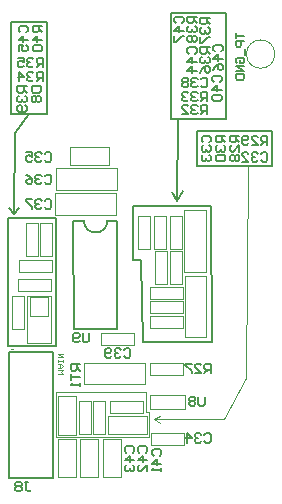
<source format=gbo>
G04*
G04 #@! TF.GenerationSoftware,Altium Limited,Altium Designer,20.0.10 (225)*
G04*
G04 Layer_Color=32896*
%FSLAX25Y25*%
%MOIN*%
G70*
G01*
G75*
%ADD10C,0.00394*%
%ADD12C,0.00787*%
%ADD19C,0.00591*%
%ADD225C,0.00197*%
D10*
X391339Y148031D02*
G03*
X391339Y148031I-4724J0D01*
G01*
X381890Y40157D02*
X382283Y110630D01*
X374410Y26378D02*
X381890Y40157D01*
X351181Y26378D02*
X374410D01*
X351181D02*
X353150Y25197D01*
X351181Y26378D02*
X353150Y27559D01*
X316657Y51746D02*
Y67494D01*
X308755Y51746D02*
X316657D01*
X308755D02*
X308821Y67494D01*
X316657D01*
X309570Y66904D02*
X315870D01*
Y60604D02*
Y66904D01*
X309570Y60604D02*
X315870D01*
X309570D02*
Y66904D01*
X303640Y67494D02*
X307640D01*
Y56494D02*
Y67494D01*
X303640Y56494D02*
X307640D01*
X303640D02*
Y67494D01*
X305880Y68980D02*
Y72980D01*
X316880D01*
Y68980D02*
Y72980D01*
X305880Y68980D02*
X316880D01*
X305917Y75559D02*
Y79559D01*
X316917D01*
Y75559D02*
Y79559D01*
X305917Y75559D02*
X316917D01*
X313200Y80730D02*
X317200D01*
X313200D02*
Y91730D01*
X317200D01*
Y80730D02*
Y91730D01*
X308250Y91760D02*
X312250D01*
Y80760D02*
Y91760D01*
X308250Y80760D02*
X312250D01*
X308250D02*
Y91760D01*
X325953Y21272D02*
X329953D01*
X325953D02*
Y32272D01*
X329953D01*
Y21272D02*
Y32272D01*
X319047Y21109D02*
X325047D01*
Y34009D01*
X319047Y21109D02*
Y34009D01*
X325047D01*
X330677Y21272D02*
X334677D01*
X330677D02*
Y32272D01*
X334677D01*
Y21272D02*
Y32272D01*
X334008Y19836D02*
X340008D01*
X334008Y6936D02*
Y19836D01*
X340008Y6936D02*
Y19836D01*
X334008Y6936D02*
X340008D01*
X326528Y19836D02*
X332528D01*
X326528Y6936D02*
Y19836D01*
X332528Y6936D02*
Y19836D01*
X326528Y6936D02*
X332528D01*
X319047Y19836D02*
X325047D01*
X319047Y6936D02*
Y19836D01*
X325047Y6936D02*
Y19836D01*
X319047Y6936D02*
X325047D01*
X347232Y28315D02*
Y32315D01*
X336232Y28315D02*
X347232D01*
X336232D02*
Y32315D01*
X347232D01*
X348576Y21409D02*
Y27409D01*
X335676D02*
X348576D01*
X335676Y21409D02*
X348576D01*
X335676D02*
Y27409D01*
X349940Y17790D02*
Y21790D01*
X360940D01*
Y17790D02*
Y21790D01*
X349940Y17790D02*
X360940D01*
X361413Y29758D02*
Y34483D01*
X349602D02*
X361413D01*
X349602Y29758D02*
Y34483D01*
Y29758D02*
X361413D01*
X327640Y37930D02*
Y45130D01*
Y37930D02*
X348040D01*
X327640Y45130D02*
X348040D01*
Y37930D02*
Y45130D01*
X360601Y41130D02*
Y45130D01*
X349602Y41130D02*
X360601D01*
X349602D02*
Y45130D01*
X360601D01*
X349618Y56661D02*
Y60661D01*
X360618D01*
Y56661D02*
Y60661D01*
X349618Y56661D02*
X360618D01*
X349618Y65780D02*
X360618D01*
X349618Y61779D02*
Y65780D01*
Y61779D02*
X360618D01*
Y65780D01*
Y66504D02*
Y70504D01*
X349618Y66504D02*
X360618D01*
X349618D02*
Y70504D01*
X360618D01*
X344476Y51150D02*
Y55150D01*
X333476Y51150D02*
X344476D01*
X333476D02*
Y55150D01*
X344476D01*
X361350Y53640D02*
X368550D01*
Y74040D01*
X361350Y53640D02*
Y74040D01*
X368550D01*
X356268Y71272D02*
X360268D01*
X356268D02*
Y82272D01*
X360268D01*
Y71272D02*
Y82272D01*
X351382Y71272D02*
X355382D01*
X351382D02*
Y82272D01*
X355382D01*
Y71272D02*
Y82272D01*
X361150Y75540D02*
X368350D01*
Y95940D01*
X361150Y75540D02*
Y95940D01*
X368350D01*
X356268Y94083D02*
X360268D01*
Y83083D02*
Y94083D01*
X356268Y83083D02*
X360268D01*
X356268D02*
Y94083D01*
X351150Y83083D02*
X355150D01*
X351150D02*
Y94083D01*
X355150D01*
Y83083D02*
Y94083D01*
X345866Y83083D02*
X349866D01*
X345866D02*
Y94083D01*
X349866D01*
Y83083D02*
Y94083D01*
X338546Y94432D02*
Y101631D01*
X318146D02*
X338546D01*
X318146Y94432D02*
X338546D01*
X318146D02*
Y101631D01*
X338715Y102837D02*
Y110037D01*
X318315D02*
X338715D01*
X318315Y102837D02*
X338715D01*
X318315D02*
Y110037D01*
X335978Y111173D02*
Y117173D01*
X323078D02*
X335978D01*
X323078Y111173D02*
X335978D01*
X323078D02*
Y117173D01*
X318898Y41339D02*
X320866D01*
X320210Y41995D01*
X320866Y42650D01*
X318898D01*
Y43306D02*
X320210D01*
X320866Y43962D01*
X320210Y44618D01*
X318898D01*
X319882D01*
Y43306D01*
X320866Y45274D02*
Y45930D01*
Y45602D01*
X318898D01*
Y45274D01*
Y45930D01*
Y46914D02*
X320866D01*
X318898Y48226D01*
X320866D01*
D12*
X327674Y92520D02*
G03*
X335548Y92520I3937J0D01*
G01*
X358661Y99213D02*
X360630Y102362D01*
X357087Y101969D02*
X358661Y99213D01*
X359055Y126378D01*
X365354Y110630D02*
X390551D01*
X365354D02*
Y122441D01*
X366929D01*
X390551D01*
Y110630D02*
Y122441D01*
X375197Y126378D02*
Y161811D01*
X356693Y126378D02*
X375197D01*
X356693Y161811D02*
X375197D01*
X356693Y126378D02*
Y161811D01*
X304331Y94882D02*
X305906Y96850D01*
X302756D02*
X304331Y94882D01*
X304724Y121653D01*
X309454Y127953D01*
X303553Y158661D02*
X315354D01*
X303553Y127953D02*
Y158661D01*
X315354Y127953D02*
Y158661D01*
X303553Y127953D02*
X315354D01*
X302362Y93307D02*
X318504D01*
X302362Y50787D02*
Y93307D01*
X318504Y92520D02*
Y93307D01*
Y50787D02*
Y92520D01*
X302362Y50787D02*
X318504D01*
X344094Y79528D02*
Y97244D01*
X369945D01*
X370339Y51968D01*
X347244D02*
X370339D01*
X346850Y79528D02*
X347244Y51968D01*
X344094Y79528D02*
X346850D01*
X317465Y6573D02*
Y48764D01*
X302834D02*
X317465D01*
X302834Y6573D02*
Y48764D01*
Y6573D02*
X317465D01*
X338583Y56299D02*
Y92520D01*
X324409Y56299D02*
X338583D01*
X324020Y92520D02*
X324409Y56299D01*
X335548Y92520D02*
X338583D01*
X324020D02*
X327674D01*
X378282Y155118D02*
Y153281D01*
Y154200D01*
X381037D01*
Y152363D02*
X378282D01*
Y150986D01*
X378741Y150526D01*
X379659D01*
X380119Y150986D01*
Y152363D01*
X381496Y149608D02*
Y147771D01*
X378741Y145016D02*
X378282Y145475D01*
Y146394D01*
X378741Y146853D01*
X380578D01*
X381037Y146394D01*
Y145475D01*
X380578Y145016D01*
X379659D01*
Y145935D01*
X381037Y144098D02*
X378282D01*
X381037Y142261D01*
X378282D01*
Y141343D02*
X381037D01*
Y139965D01*
X380578Y139506D01*
X378741D01*
X378282Y139965D01*
Y141343D01*
D19*
X329396Y55118D02*
Y52494D01*
X328871Y51969D01*
X327821D01*
X327296Y52494D01*
Y55118D01*
X326247Y52494D02*
X325722Y51969D01*
X324673D01*
X324148Y52494D01*
Y54593D01*
X324673Y55118D01*
X325722D01*
X326247Y54593D01*
Y54068D01*
X325722Y53543D01*
X324148D01*
X367978Y33858D02*
Y31234D01*
X367453Y30709D01*
X366404D01*
X365879Y31234D01*
Y33858D01*
X364830Y33333D02*
X364305Y33858D01*
X363255D01*
X362731Y33333D01*
Y32808D01*
X363255Y32283D01*
X362731Y31759D01*
Y31234D01*
X363255Y30709D01*
X364305D01*
X364830Y31234D01*
Y31759D01*
X364305Y32283D01*
X364830Y32808D01*
Y33333D01*
X364305Y32283D02*
X363255D01*
X326377Y44618D02*
X323229D01*
Y43044D01*
X323754Y42519D01*
X324803D01*
X325328Y43044D01*
Y44618D01*
Y43569D02*
X326377Y42519D01*
X323229Y41470D02*
Y39371D01*
Y40420D01*
X326377D01*
Y38321D02*
Y37271D01*
Y37796D01*
X323229D01*
X323754Y38321D01*
X313779Y157348D02*
X310630D01*
Y155773D01*
X311155Y155249D01*
X312205D01*
X312730Y155773D01*
Y157348D01*
Y156298D02*
X313779Y155249D01*
Y152625D02*
X310630D01*
X312205Y154199D01*
Y152100D01*
X311155Y151050D02*
X310630Y150526D01*
Y149476D01*
X311155Y148951D01*
X313254D01*
X313779Y149476D01*
Y150526D01*
X313254Y151050D01*
X311155D01*
X308661Y137269D02*
X305512D01*
Y135695D01*
X306037Y135170D01*
X307087D01*
X307611Y135695D01*
Y137269D01*
Y136220D02*
X308661Y135170D01*
X306037Y134121D02*
X305512Y133596D01*
Y132547D01*
X306037Y132022D01*
X306562D01*
X307087Y132547D01*
Y133071D01*
Y132547D01*
X307611Y132022D01*
X308136D01*
X308661Y132547D01*
Y133596D01*
X308136Y134121D01*
Y130972D02*
X308661Y130447D01*
Y129398D01*
X308136Y128873D01*
X306037D01*
X305512Y129398D01*
Y130447D01*
X306037Y130972D01*
X306562D01*
X307087Y130447D01*
Y128873D01*
X365354Y160497D02*
X362205D01*
Y158923D01*
X362730Y158398D01*
X363779D01*
X364304Y158923D01*
Y160497D01*
Y159448D02*
X365354Y158398D01*
X362730Y157349D02*
X362205Y156824D01*
Y155774D01*
X362730Y155250D01*
X363255D01*
X363779Y155774D01*
Y156299D01*
Y155774D01*
X364304Y155250D01*
X364829D01*
X365354Y155774D01*
Y156824D01*
X364829Y157349D01*
X362730Y154200D02*
X362205Y153675D01*
Y152626D01*
X362730Y152101D01*
X363255D01*
X363779Y152626D01*
X364304Y152101D01*
X364829D01*
X365354Y152626D01*
Y153675D01*
X364829Y154200D01*
X364304D01*
X363779Y153675D01*
X363255Y154200D01*
X362730D01*
X363779Y153675D02*
Y152626D01*
X369685Y160104D02*
X366536D01*
Y158529D01*
X367061Y158005D01*
X368110D01*
X368635Y158529D01*
Y160104D01*
Y159054D02*
X369685Y158005D01*
X367061Y156955D02*
X366536Y156430D01*
Y155381D01*
X367061Y154856D01*
X367585D01*
X368110Y155381D01*
Y155905D01*
Y155381D01*
X368635Y154856D01*
X369160D01*
X369685Y155381D01*
Y156430D01*
X369160Y156955D01*
X366536Y153806D02*
Y151707D01*
X367061D01*
X369160Y153806D01*
X369685D01*
Y150261D02*
X366536D01*
Y148687D01*
X367061Y148162D01*
X368110D01*
X368635Y148687D01*
Y150261D01*
Y149212D02*
X369685Y148162D01*
X367061Y147113D02*
X366536Y146588D01*
Y145538D01*
X367061Y145013D01*
X367585D01*
X368110Y145538D01*
Y146063D01*
Y145538D01*
X368635Y145013D01*
X369160D01*
X369685Y145538D01*
Y146588D01*
X369160Y147113D01*
X366536Y141865D02*
X367061Y142914D01*
X368110Y143964D01*
X369160D01*
X369685Y143439D01*
Y142390D01*
X369160Y141865D01*
X368635D01*
X368110Y142390D01*
Y143964D01*
X314041Y143701D02*
Y146850D01*
X312466D01*
X311942Y146325D01*
Y145276D01*
X312466Y144751D01*
X314041D01*
X312991D02*
X311942Y143701D01*
X310892Y146325D02*
X310367Y146850D01*
X309318D01*
X308793Y146325D01*
Y145800D01*
X309318Y145276D01*
X309842D01*
X309318D01*
X308793Y144751D01*
Y144226D01*
X309318Y143701D01*
X310367D01*
X310892Y144226D01*
X305644Y146850D02*
X307744D01*
Y145276D01*
X306694Y145800D01*
X306169D01*
X305644Y145276D01*
Y144226D01*
X306169Y143701D01*
X307219D01*
X307744Y144226D01*
X314041Y138977D02*
Y142125D01*
X312466D01*
X311942Y141601D01*
Y140551D01*
X312466Y140026D01*
X314041D01*
X312991D02*
X311942Y138977D01*
X310892Y141601D02*
X310367Y142125D01*
X309318D01*
X308793Y141601D01*
Y141076D01*
X309318Y140551D01*
X309842D01*
X309318D01*
X308793Y140026D01*
Y139502D01*
X309318Y138977D01*
X310367D01*
X310892Y139502D01*
X306169Y138977D02*
Y142125D01*
X307744Y140551D01*
X305644D01*
X368765Y132284D02*
Y135433D01*
X367191D01*
X366666Y134908D01*
Y133858D01*
X367191Y133334D01*
X368765D01*
X367716D02*
X366666Y132284D01*
X365616Y134908D02*
X365092Y135433D01*
X364042D01*
X363517Y134908D01*
Y134383D01*
X364042Y133858D01*
X364567D01*
X364042D01*
X363517Y133334D01*
Y132809D01*
X364042Y132284D01*
X365092D01*
X365616Y132809D01*
X362468Y134908D02*
X361943Y135433D01*
X360894D01*
X360369Y134908D01*
Y134383D01*
X360894Y133858D01*
X361418D01*
X360894D01*
X360369Y133334D01*
Y132809D01*
X360894Y132284D01*
X361943D01*
X362468Y132809D01*
X368765Y127953D02*
Y131102D01*
X367191D01*
X366666Y130577D01*
Y129528D01*
X367191Y129003D01*
X368765D01*
X367716D02*
X366666Y127953D01*
X365616Y130577D02*
X365092Y131102D01*
X364042D01*
X363517Y130577D01*
Y130052D01*
X364042Y129528D01*
X364567D01*
X364042D01*
X363517Y129003D01*
Y128478D01*
X364042Y127953D01*
X365092D01*
X365616Y128478D01*
X360369Y127953D02*
X362468D01*
X360369Y130052D01*
Y130577D01*
X360894Y131102D01*
X361943D01*
X362468Y130577D01*
X374803Y120733D02*
X371654D01*
Y119159D01*
X372179Y118634D01*
X373228D01*
X373753Y119159D01*
Y120733D01*
Y119684D02*
X374803Y118634D01*
X372179Y117585D02*
X371654Y117060D01*
Y116011D01*
X372179Y115486D01*
X372704D01*
X373228Y116011D01*
Y116535D01*
Y116011D01*
X373753Y115486D01*
X374278D01*
X374803Y116011D01*
Y117060D01*
X374278Y117585D01*
X372179Y114436D02*
X371654Y113912D01*
Y112862D01*
X372179Y112337D01*
X374278D01*
X374803Y112862D01*
Y113912D01*
X374278Y114436D01*
X372179D01*
X388844Y117717D02*
Y120866D01*
X387269D01*
X386745Y120341D01*
Y119291D01*
X387269Y118767D01*
X388844D01*
X387794D02*
X386745Y117717D01*
X383596D02*
X385695D01*
X383596Y119816D01*
Y120341D01*
X384121Y120866D01*
X385170D01*
X385695Y120341D01*
X382547Y118242D02*
X382022Y117717D01*
X380972D01*
X380448Y118242D01*
Y120341D01*
X380972Y120866D01*
X382022D01*
X382547Y120341D01*
Y119816D01*
X382022Y119291D01*
X380448D01*
X379527Y120733D02*
X376378D01*
Y119159D01*
X376903Y118634D01*
X377953D01*
X378478Y119159D01*
Y120733D01*
Y119684D02*
X379527Y118634D01*
Y115486D02*
Y117585D01*
X377428Y115486D01*
X376903D01*
X376378Y116011D01*
Y117060D01*
X376903Y117585D01*
Y114436D02*
X376378Y113912D01*
Y112862D01*
X376903Y112337D01*
X377428D01*
X377953Y112862D01*
X378478Y112337D01*
X379002D01*
X379527Y112862D01*
Y113912D01*
X379002Y114436D01*
X378478D01*
X377953Y113912D01*
X377428Y114436D01*
X376903D01*
X377953Y113912D02*
Y112862D01*
X369946Y41733D02*
Y44881D01*
X368372D01*
X367847Y44357D01*
Y43307D01*
X368372Y42782D01*
X369946D01*
X368897D02*
X367847Y41733D01*
X364699D02*
X366798D01*
X364699Y43832D01*
Y44357D01*
X365223Y44881D01*
X366273D01*
X366798Y44357D01*
X363649Y44881D02*
X361550D01*
Y44357D01*
X363649Y42258D01*
Y41733D01*
X308005Y5511D02*
X309055D01*
X308530D01*
Y2888D01*
X309055Y2363D01*
X309579D01*
X310104Y2888D01*
X306956Y4986D02*
X306431Y5511D01*
X305381D01*
X304856Y4986D01*
Y4462D01*
X305381Y3937D01*
X304856Y3412D01*
Y2888D01*
X305381Y2363D01*
X306431D01*
X306956Y2888D01*
Y3412D01*
X306431Y3937D01*
X306956Y4462D01*
Y4986D01*
X306431Y3937D02*
X305381D01*
X310237Y137269D02*
X313385D01*
Y135695D01*
X312860Y135170D01*
X310761D01*
X310237Y135695D01*
Y137269D01*
X310761Y134121D02*
X310237Y133596D01*
Y132547D01*
X310761Y132022D01*
X311286D01*
X311811Y132547D01*
X312336Y132022D01*
X312860D01*
X313385Y132547D01*
Y133596D01*
X312860Y134121D01*
X312336D01*
X311811Y133596D01*
X311286Y134121D01*
X310761D01*
X311811Y133596D02*
Y132547D01*
X358399Y158398D02*
X357874Y158923D01*
Y159973D01*
X358399Y160497D01*
X360498D01*
X361023Y159973D01*
Y158923D01*
X360498Y158398D01*
X361023Y155774D02*
X357874D01*
X359449Y157349D01*
Y155250D01*
X357874Y154200D02*
Y152101D01*
X358399D01*
X360498Y154200D01*
X361023D01*
X371391Y148950D02*
X370867Y149474D01*
Y150524D01*
X371391Y151049D01*
X373491D01*
X374015Y150524D01*
Y149474D01*
X373491Y148950D01*
X374015Y146326D02*
X370867D01*
X372441Y147900D01*
Y145801D01*
X370867Y142652D02*
X371391Y143702D01*
X372441Y144751D01*
X373491D01*
X374015Y144227D01*
Y143177D01*
X373491Y142652D01*
X372966D01*
X372441Y143177D01*
Y144751D01*
X306431Y155249D02*
X305906Y155773D01*
Y156823D01*
X306431Y157348D01*
X308530D01*
X309055Y156823D01*
Y155773D01*
X308530Y155249D01*
X309055Y152625D02*
X305906D01*
X307480Y154199D01*
Y152100D01*
X305906Y148951D02*
Y151051D01*
X307480D01*
X306956Y150001D01*
Y149476D01*
X307480Y148951D01*
X308530D01*
X309055Y149476D01*
Y150526D01*
X308530Y151051D01*
X362730Y148162D02*
X362205Y148687D01*
Y149736D01*
X362730Y150261D01*
X364829D01*
X365354Y149736D01*
Y148687D01*
X364829Y148162D01*
X365354Y145538D02*
X362205D01*
X363779Y147113D01*
Y145013D01*
X365354Y142390D02*
X362205D01*
X363779Y143964D01*
Y141865D01*
X341864Y15222D02*
X341339Y15747D01*
Y16796D01*
X341864Y17321D01*
X343963D01*
X344488Y16796D01*
Y15747D01*
X343963Y15222D01*
X344488Y12598D02*
X341339D01*
X342913Y14173D01*
Y12074D01*
X341864Y11024D02*
X341339Y10499D01*
Y9450D01*
X341864Y8925D01*
X342389D01*
X342913Y9450D01*
Y9975D01*
Y9450D01*
X343438Y8925D01*
X343963D01*
X344488Y9450D01*
Y10499D01*
X343963Y11024D01*
X346195Y15222D02*
X345670Y15747D01*
Y16796D01*
X346195Y17321D01*
X348294D01*
X348818Y16796D01*
Y15747D01*
X348294Y15222D01*
X348818Y12598D02*
X345670D01*
X347244Y14173D01*
Y12074D01*
X348818Y8925D02*
Y11024D01*
X346719Y8925D01*
X346195D01*
X345670Y9450D01*
Y10499D01*
X346195Y11024D01*
X350919Y14173D02*
X350394Y14697D01*
Y15747D01*
X350919Y16272D01*
X353018D01*
X353543Y15747D01*
Y14697D01*
X353018Y14173D01*
X353543Y11549D02*
X350394D01*
X351969Y13123D01*
Y11024D01*
X353543Y9975D02*
Y8925D01*
Y9450D01*
X350394D01*
X350919Y9975D01*
X370998Y138713D02*
X370473Y139238D01*
Y140287D01*
X370998Y140812D01*
X373097D01*
X373622Y140287D01*
Y139238D01*
X373097Y138713D01*
X373622Y136089D02*
X370473D01*
X372047Y137664D01*
Y135565D01*
X370998Y134515D02*
X370473Y133990D01*
Y132941D01*
X370998Y132416D01*
X373097D01*
X373622Y132941D01*
Y133990D01*
X373097Y134515D01*
X370998D01*
X341075Y49475D02*
X341600Y49999D01*
X342650D01*
X343175Y49475D01*
Y47376D01*
X342650Y46851D01*
X341600D01*
X341075Y47376D01*
X340026Y49475D02*
X339501Y49999D01*
X338452D01*
X337927Y49475D01*
Y48950D01*
X338452Y48425D01*
X338976D01*
X338452D01*
X337927Y47900D01*
Y47376D01*
X338452Y46851D01*
X339501D01*
X340026Y47376D01*
X336877D02*
X336353Y46851D01*
X335303D01*
X334778Y47376D01*
Y49475D01*
X335303Y49999D01*
X336353D01*
X336877Y49475D01*
Y48950D01*
X336353Y48425D01*
X334778D01*
X366666Y139632D02*
X367191Y140157D01*
X368240D01*
X368765Y139632D01*
Y137533D01*
X368240Y137008D01*
X367191D01*
X366666Y137533D01*
X365616Y139632D02*
X365092Y140157D01*
X364042D01*
X363517Y139632D01*
Y139107D01*
X364042Y138583D01*
X364567D01*
X364042D01*
X363517Y138058D01*
Y137533D01*
X364042Y137008D01*
X365092D01*
X365616Y137533D01*
X362468Y139632D02*
X361943Y140157D01*
X360894D01*
X360369Y139632D01*
Y139107D01*
X360894Y138583D01*
X360369Y138058D01*
Y137533D01*
X360894Y137008D01*
X361943D01*
X362468Y137533D01*
Y138058D01*
X361943Y138583D01*
X362468Y139107D01*
Y139632D01*
X361943Y138583D02*
X360894D01*
X314698Y99081D02*
X315222Y99606D01*
X316272D01*
X316796Y99081D01*
Y96982D01*
X316272Y96457D01*
X315222D01*
X314698Y96982D01*
X313648Y99081D02*
X313123Y99606D01*
X312074D01*
X311549Y99081D01*
Y98556D01*
X312074Y98032D01*
X312598D01*
X312074D01*
X311549Y97507D01*
Y96982D01*
X312074Y96457D01*
X313123D01*
X313648Y96982D01*
X310499Y99606D02*
X308400D01*
Y99081D01*
X310499Y96982D01*
Y96457D01*
X314698Y107349D02*
X315222Y107873D01*
X316272D01*
X316796Y107349D01*
Y105250D01*
X316272Y104725D01*
X315222D01*
X314698Y105250D01*
X313648Y107349D02*
X313123Y107873D01*
X312074D01*
X311549Y107349D01*
Y106824D01*
X312074Y106299D01*
X312598D01*
X312074D01*
X311549Y105774D01*
Y105250D01*
X312074Y104725D01*
X313123D01*
X313648Y105250D01*
X308400Y107873D02*
X309450Y107349D01*
X310499Y106299D01*
Y105250D01*
X309975Y104725D01*
X308925D01*
X308400Y105250D01*
Y105774D01*
X308925Y106299D01*
X310499D01*
X314698Y114829D02*
X315222Y115354D01*
X316272D01*
X316796Y114829D01*
Y112730D01*
X316272Y112205D01*
X315222D01*
X314698Y112730D01*
X313648Y114829D02*
X313123Y115354D01*
X312074D01*
X311549Y114829D01*
Y114304D01*
X312074Y113779D01*
X312598D01*
X312074D01*
X311549Y113255D01*
Y112730D01*
X312074Y112205D01*
X313123D01*
X313648Y112730D01*
X308400Y115354D02*
X310499D01*
Y113779D01*
X309450Y114304D01*
X308925D01*
X308400Y113779D01*
Y112730D01*
X308925Y112205D01*
X309975D01*
X310499Y112730D01*
X367847Y21128D02*
X368372Y21653D01*
X369421D01*
X369946Y21128D01*
Y19029D01*
X369421Y18504D01*
X368372D01*
X367847Y19029D01*
X366798Y21128D02*
X366273Y21653D01*
X365223D01*
X364699Y21128D01*
Y20604D01*
X365223Y20079D01*
X365748D01*
X365223D01*
X364699Y19554D01*
Y19029D01*
X365223Y18504D01*
X366273D01*
X366798Y19029D01*
X362075Y18504D02*
Y21653D01*
X363649Y20079D01*
X361550D01*
X367454Y118634D02*
X366930Y119159D01*
Y120209D01*
X367454Y120734D01*
X369553D01*
X370078Y120209D01*
Y119159D01*
X369553Y118634D01*
X367454Y117585D02*
X366930Y117060D01*
Y116011D01*
X367454Y115486D01*
X367979D01*
X368504Y116011D01*
Y116535D01*
Y116011D01*
X369029Y115486D01*
X369553D01*
X370078Y116011D01*
Y117060D01*
X369553Y117585D01*
X367454Y114436D02*
X366930Y113912D01*
Y112862D01*
X367454Y112337D01*
X367979D01*
X368504Y112862D01*
Y113387D01*
Y112862D01*
X369029Y112337D01*
X369553D01*
X370078Y112862D01*
Y113912D01*
X369553Y114436D01*
X386745Y114829D02*
X387269Y115354D01*
X388319D01*
X388844Y114829D01*
Y112730D01*
X388319Y112205D01*
X387269D01*
X386745Y112730D01*
X385695Y114829D02*
X385170Y115354D01*
X384121D01*
X383596Y114829D01*
Y114304D01*
X384121Y113779D01*
X384646D01*
X384121D01*
X383596Y113255D01*
Y112730D01*
X384121Y112205D01*
X385170D01*
X385695Y112730D01*
X380448Y112205D02*
X382547D01*
X380448Y114304D01*
Y114829D01*
X380972Y115354D01*
X382022D01*
X382547Y114829D01*
D225*
X349355Y20540D02*
Y28740D01*
X318402Y20540D02*
X349355D01*
X348425Y28740D02*
X349355D01*
X348425D02*
Y35433D01*
X318504D02*
X348425D01*
X318402Y20540D02*
X318504Y35433D01*
X303327Y49577D02*
Y49840D01*
Y49709D01*
X304114D01*
X303982Y49577D01*
M02*

</source>
